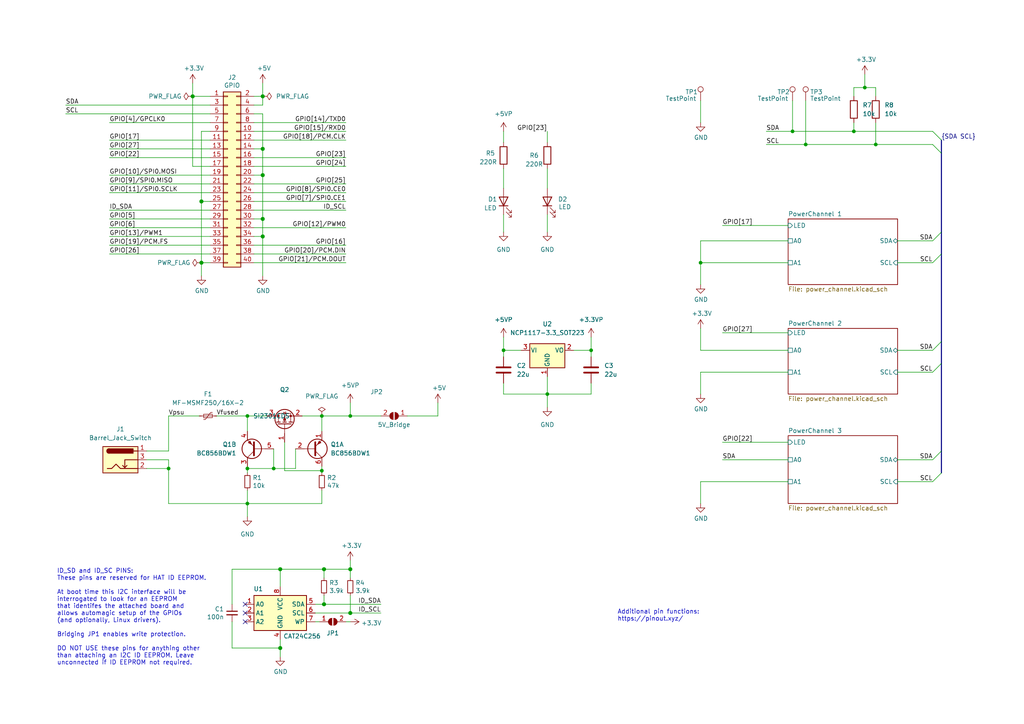
<source format=kicad_sch>
(kicad_sch (version 20211123) (generator eeschema)
  (paper "A4")
  (title_block (date "15 nov 2012"))
  (lib_symbols
    (symbol "Connector:Barrel_Jack_Switch" (pin_names hide)
      (property "Reference" "J" (at 0 5.334 0))
      (property "Value" "Barrel_Jack_Switch" (at 0 -5.08 0))
      (symbol "Barrel_Jack_Switch_0_1"
        (rectangle (start -5.08 3.81) (end 5.08 -3.81) (stroke (width 0.254)) (fill (type background)))
        (arc (start -3.302 3.175) (mid -3.937 2.54) (end -3.302 1.905) (stroke (width 0.254)))
        (arc (start -3.302 3.175) (mid -3.937 2.54) (end -3.302 1.905) (stroke (width 0.254)) (fill (type outline)))
        (polyline (pts (xy 1.27 -2.286) (xy 1.905 -1.651)) (stroke (width 0.254)))
        (polyline (pts (xy 5.08 2.54) (xy 3.81 2.54)) (stroke (width 0.254)))
        (polyline (pts (xy 5.08 0) (xy 1.27 0) (xy 1.27 -2.286) (xy 0.635 -1.651)) (stroke (width 0.254)))
        (polyline (pts (xy -3.81 -2.54) (xy -2.54 -2.54) (xy -1.27 -1.27) (xy 0 -2.54) (xy 2.54 -2.54) (xy 5.08 -2.54)) (stroke (width 0.254)))
        (rectangle (start 3.683 3.175) (end -3.302 1.905) (stroke (width 0.254)) (fill (type outline)))
      )
      (symbol "Barrel_Jack_Switch_1_1"
        (pin passive line (at 7.62 2.54 180) (length 2.54) (name "~") (number "1"))
        (pin passive line (at 7.62 -2.54 180) (length 2.54) (name "~") (number "2"))
        (pin passive line (at 7.62 0 180) (length 2.54) (name "~") (number "3"))
      )
    )
    (symbol "Connector:TestPoint" (pin_numbers hide) (pin_names (offset 0.762) hide)
      (property "Reference" "TP" (at 0 6.858 0))
      (property "Value" "TestPoint" (at 0 5.08 0))
      (symbol "TestPoint_0_1"
        (circle (center 0 3.302) (radius 0.762))
      )
      (symbol "TestPoint_1_1"
        (pin passive line (at 0 0 90) (length 2.54) (name "1") (number "1"))
      )
    )
    (symbol "Connector_Generic:Conn_02x20_Odd_Even" (pin_names (offset 1.016) hide)
      (property "Reference" "J" (at 1.27 25.4 0))
      (property "Value" "Conn_02x20_Odd_Even" (at 1.27 -27.94 0))
      (symbol "Conn_02x20_Odd_Even_1_1"
        (rectangle (start -1.27 -25.273) (end 0 -25.527) (stroke (width 0.1524)))
        (rectangle (start -1.27 -22.733) (end 0 -22.987) (stroke (width 0.1524)))
        (rectangle (start -1.27 -20.193) (end 0 -20.447) (stroke (width 0.1524)))
        (rectangle (start -1.27 -17.653) (end 0 -17.907) (stroke (width 0.1524)))
        (rectangle (start -1.27 -15.113) (end 0 -15.367) (stroke (width 0.1524)))
        (rectangle (start -1.27 -12.573) (end 0 -12.827) (stroke (width 0.1524)))
        (rectangle (start -1.27 -10.033) (end 0 -10.287) (stroke (width 0.1524)))
        (rectangle (start -1.27 -7.493) (end 0 -7.747) (stroke (width 0.1524)))
        (rectangle (start -1.27 -4.953) (end 0 -5.207) (stroke (width 0.1524)))
        (rectangle (start -1.27 -2.413) (end 0 -2.667) (stroke (width 0.1524)))
        (rectangle (start -1.27 0.127) (end 0 -0.127) (stroke (width 0.1524)))
        (rectangle (start -1.27 2.667) (end 0 2.413) (stroke (width 0.1524)))
        (rectangle (start -1.27 5.207) (end 0 4.953) (stroke (width 0.1524)))
        (rectangle (start -1.27 7.747) (end 0 7.493) (stroke (width 0.1524)))
        (rectangle (start -1.27 10.287) (end 0 10.033) (stroke (width 0.1524)))
        (rectangle (start -1.27 12.827) (end 0 12.573) (stroke (width 0.1524)))
        (rectangle (start -1.27 15.367) (end 0 15.113) (stroke (width 0.1524)))
        (rectangle (start -1.27 17.907) (end 0 17.653) (stroke (width 0.1524)))
        (rectangle (start -1.27 20.447) (end 0 20.193) (stroke (width 0.1524)))
        (rectangle (start -1.27 22.987) (end 0 22.733) (stroke (width 0.1524)))
        (rectangle (start -1.27 24.13) (end 3.81 -26.67) (stroke (width 0.254)) (fill (type background)))
        (rectangle (start 3.81 -25.273) (end 2.54 -25.527) (stroke (width 0.1524)))
        (rectangle (start 3.81 -22.733) (end 2.54 -22.987) (stroke (width 0.1524)))
        (rectangle (start 3.81 -20.193) (end 2.54 -20.447) (stroke (width 0.1524)))
        (rectangle (start 3.81 -17.653) (end 2.54 -17.907) (stroke (width 0.1524)))
        (rectangle (start 3.81 -15.113) (end 2.54 -15.367) (stroke (width 0.1524)))
        (rectangle (start 3.81 -12.573) (end 2.54 -12.827) (stroke (width 0.1524)))
        (rectangle (start 3.81 -10.033) (end 2.54 -10.287) (stroke (width 0.1524)))
        (rectangle (start 3.81 -7.493) (end 2.54 -7.747) (stroke (width 0.1524)))
        (rectangle (start 3.81 -4.953) (end 2.54 -5.207) (stroke (width 0.1524)))
        (rectangle (start 3.81 -2.413) (end 2.54 -2.667) (stroke (width 0.1524)))
        (rectangle (start 3.81 0.127) (end 2.54 -0.127) (stroke (width 0.1524)))
        (rectangle (start 3.81 2.667) (end 2.54 2.413) (stroke (width 0.1524)))
        (rectangle (start 3.81 5.207) (end 2.54 4.953) (stroke (width 0.1524)))
        (rectangle (start 3.81 7.747) (end 2.54 7.493) (stroke (width 0.1524)))
        (rectangle (start 3.81 10.287) (end 2.54 10.033) (stroke (width 0.1524)))
        (rectangle (start 3.81 12.827) (end 2.54 12.573) (stroke (width 0.1524)))
        (rectangle (start 3.81 15.367) (end 2.54 15.113) (stroke (width 0.1524)))
        (rectangle (start 3.81 17.907) (end 2.54 17.653) (stroke (width 0.1524)))
        (rectangle (start 3.81 20.447) (end 2.54 20.193) (stroke (width 0.1524)))
        (rectangle (start 3.81 22.987) (end 2.54 22.733) (stroke (width 0.1524)))
        (pin passive line (at -5.08 22.86 0) (length 3.81) (name "Pin_1") (number "1"))
        (pin passive line (at 7.62 12.7 180) (length 3.81) (name "Pin_10") (number "10"))
        (pin passive line (at -5.08 10.16 0) (length 3.81) (name "Pin_11") (number "11"))
        (pin passive line (at 7.62 10.16 180) (length 3.81) (name "Pin_12") (number "12"))
        (pin passive line (at -5.08 7.62 0) (length 3.81) (name "Pin_13") (number "13"))
        (pin passive line (at 7.62 7.62 180) (length 3.81) (name "Pin_14") (number "14"))
        (pin passive line (at -5.08 5.08 0) (length 3.81) (name "Pin_15") (number "15"))
        (pin passive line (at 7.62 5.08 180) (length 3.81) (name "Pin_16") (number "16"))
        (pin passive line (at -5.08 2.54 0) (length 3.81) (name "Pin_17") (number "17"))
        (pin passive line (at 7.62 2.54 180) (length 3.81) (name "Pin_18") (number "18"))
        (pin passive line (at -5.08 0 0) (length 3.81) (name "Pin_19") (number "19"))
        (pin passive line (at 7.62 22.86 180) (length 3.81) (name "Pin_2") (number "2"))
        (pin passive line (at 7.62 0 180) (length 3.81) (name "Pin_20") (number "20"))
        (pin passive line (at -5.08 -2.54 0) (length 3.81) (name "Pin_21") (number "21"))
        (pin passive line (at 7.62 -2.54 180) (length 3.81) (name "Pin_22") (number "22"))
        (pin passive line (at -5.08 -5.08 0) (length 3.81) (name "Pin_23") (number "23"))
        (pin passive line (at 7.62 -5.08 180) (length 3.81) (name "Pin_24") (number "24"))
        (pin passive line (at -5.08 -7.62 0) (length 3.81) (name "Pin_25") (number "25"))
        (pin passive line (at 7.62 -7.62 180) (length 3.81) (name "Pin_26") (number "26"))
        (pin passive line (at -5.08 -10.16 0) (length 3.81) (name "Pin_27") (number "27"))
        (pin passive line (at 7.62 -10.16 180) (length 3.81) (name "Pin_28") (number "28"))
        (pin passive line (at -5.08 -12.7 0) (length 3.81) (name "Pin_29") (number "29"))
        (pin passive line (at -5.08 20.32 0) (length 3.81) (name "Pin_3") (number "3"))
        (pin passive line (at 7.62 -12.7 180) (length 3.81) (name "Pin_30") (number "30"))
        (pin passive line (at -5.08 -15.24 0) (length 3.81) (name "Pin_31") (number "31"))
        (pin passive line (at 7.62 -15.24 180) (length 3.81) (name "Pin_32") (number "32"))
        (pin passive line (at -5.08 -17.78 0) (length 3.81) (name "Pin_33") (number "33"))
        (pin passive line (at 7.62 -17.78 180) (length 3.81) (name "Pin_34") (number "34"))
        (pin passive line (at -5.08 -20.32 0) (length 3.81) (name "Pin_35") (number "35"))
        (pin passive line (at 7.62 -20.32 180) (length 3.81) (name "Pin_36") (number "36"))
        (pin passive line (at -5.08 -22.86 0) (length 3.81) (name "Pin_37") (number "37"))
        (pin passive line (at 7.62 -22.86 180) (length 3.81) (name "Pin_38") (number "38"))
        (pin passive line (at -5.08 -25.4 0) (length 3.81) (name "Pin_39") (number "39"))
        (pin passive line (at 7.62 20.32 180) (length 3.81) (name "Pin_4") (number "4"))
        (pin passive line (at 7.62 -25.4 180) (length 3.81) (name "Pin_40") (number "40"))
        (pin passive line (at -5.08 17.78 0) (length 3.81) (name "Pin_5") (number "5"))
        (pin passive line (at 7.62 17.78 180) (length 3.81) (name "Pin_6") (number "6"))
        (pin passive line (at -5.08 15.24 0) (length 3.81) (name "Pin_7") (number "7"))
        (pin passive line (at 7.62 15.24 180) (length 3.81) (name "Pin_8") (number "8"))
        (pin passive line (at -5.08 12.7 0) (length 3.81) (name "Pin_9") (number "9"))
      )
    )
    (symbol "Device:C" (pin_numbers hide) (pin_names (offset 0.254))
      (property "Reference" "C" (at 0.635 2.54 0))
      (property "Value" "C" (at 0.635 -2.54 0))
      (symbol "C_0_1"
        (polyline (pts (xy -2.032 -0.762) (xy 2.032 -0.762)) (stroke (width 0.508)))
        (polyline (pts (xy -2.032 0.762) (xy 2.032 0.762)) (stroke (width 0.508)))
      )
      (symbol "C_1_1"
        (pin passive line (at 0 3.81 270) (length 2.794) (name "~") (number "1"))
        (pin passive line (at 0 -3.81 90) (length 2.794) (name "~") (number "2"))
      )
    )
    (symbol "Device:C_Small" (pin_numbers hide) (pin_names (offset 0.254) hide)
      (property "Reference" "C" (at 0.254 1.778 0))
      (property "Value" "C_Small" (at 0.254 -2.032 0))
      (symbol "C_Small_0_1"
        (polyline (pts (xy -1.524 -0.508) (xy 1.524 -0.508)) (stroke (width 0.3302)))
        (polyline (pts (xy -1.524 0.508) (xy 1.524 0.508)) (stroke (width 0.3048)))
      )
      (symbol "C_Small_1_1"
        (pin passive line (at 0 2.54 270) (length 2.032) (name "~") (number "1"))
        (pin passive line (at 0 -2.54 90) (length 2.032) (name "~") (number "2"))
      )
    )
    (symbol "Device:LED" (pin_numbers hide) (pin_names (offset 1.016) hide)
      (property "Reference" "D" (at 0 2.54 0))
      (property "Value" "LED" (at 0 -2.54 0))
      (symbol "LED_0_1"
        (polyline (pts (xy -1.27 -1.27) (xy -1.27 1.27)) (stroke (width 0.254)))
        (polyline (pts (xy -1.27 0) (xy 1.27 0)))
        (polyline (pts (xy 1.27 -1.27) (xy 1.27 1.27) (xy -1.27 0) (xy 1.27 -1.27)) (stroke (width 0.254)))
        (polyline (pts (xy -3.048 -0.762) (xy -4.572 -2.286) (xy -3.81 -2.286) (xy -4.572 -2.286) (xy -4.572 -1.524)))
        (polyline (pts (xy -1.778 -0.762) (xy -3.302 -2.286) (xy -2.54 -2.286) (xy -3.302 -2.286) (xy -3.302 -1.524)))
      )
      (symbol "LED_1_1"
        (pin passive line (at -3.81 0 0) (length 2.54) (name "K") (number "1"))
        (pin passive line (at 3.81 0 180) (length 2.54) (name "A") (number "2"))
      )
    )
    (symbol "Device:Polyfuse_Small" (pin_numbers hide) (pin_names (offset 0))
      (property "Reference" "F" (at -1.905 0 90))
      (property "Value" "Polyfuse_Small" (at 1.905 0 90))
      (symbol "Polyfuse_Small_0_1"
        (rectangle (start -0.508 1.27) (end 0.508 -1.27))
        (polyline (pts (xy 0 2.54) (xy 0 -2.54)))
        (polyline (pts (xy -1.016 1.27) (xy -1.016 0.762) (xy 1.016 -0.762) (xy 1.016 -1.27)))
      )
      (symbol "Polyfuse_Small_1_1"
        (pin passive line (at 0 2.54 270) (length 0.635) (name "~") (number "1"))
        (pin passive line (at 0 -2.54 90) (length 0.635) (name "~") (number "2"))
      )
    )
    (symbol "Device:R" (pin_numbers hide) (pin_names (offset 0))
      (property "Reference" "R" (at 2.032 0 90))
      (property "Value" "R" (at 0 0 90))
      (symbol "R_0_1"
        (rectangle (start -1.016 -2.54) (end 1.016 2.54) (stroke (width 0.254)))
      )
      (symbol "R_1_1"
        (pin passive line (at 0 3.81 270) (length 1.27) (name "~") (number "1"))
        (pin passive line (at 0 -3.81 90) (length 1.27) (name "~") (number "2"))
      )
    )
    (symbol "Device:R_Small" (pin_numbers hide) (pin_names (offset 0.254) hide)
      (property "Reference" "R" (at 0.762 0.508 0))
      (property "Value" "R_Small" (at 0.762 -1.016 0))
      (symbol "R_Small_0_1"
        (rectangle (start -0.762 1.778) (end 0.762 -1.778) (stroke (width 0.2032)))
      )
      (symbol "R_Small_1_1"
        (pin passive line (at 0 2.54 270) (length 0.762) (name "~") (number "1"))
        (pin passive line (at 0 -2.54 90) (length 0.762) (name "~") (number "2"))
      )
    )
    (symbol "Jumper:SolderJumper_2_Open" (pin_names (offset 0) hide)
      (property "Reference" "JP" (at 0 2.032 0))
      (property "Value" "SolderJumper_2_Open" (at 0 -2.54 0))
      (symbol "SolderJumper_2_Open_0_1"
        (arc (start -0.254 1.016) (mid -1.27 0) (end -0.254 -1.016))
        (arc (start -0.254 1.016) (mid -1.27 0) (end -0.254 -1.016) (fill (type outline)))
        (polyline (pts (xy -0.254 1.016) (xy -0.254 -1.016)))
        (polyline (pts (xy 0.254 1.016) (xy 0.254 -1.016)))
        (arc (start 0.254 -1.016) (mid 1.27 0) (end 0.254 1.016))
        (arc (start 0.254 -1.016) (mid 1.27 0) (end 0.254 1.016) (fill (type outline)))
      )
      (symbol "SolderJumper_2_Open_1_1"
        (pin passive line (at -3.81 0 0) (length 2.54) (name "A") (number "1"))
        (pin passive line (at 3.81 0 180) (length 2.54) (name "B") (number "2"))
      )
    )
    (symbol "Memory_EEPROM:CAT24C256"
      (property "Reference" "U" (at -6.35 6.35 0))
      (property "Value" "CAT24C256" (at 1.27 6.35 0))
      (symbol "CAT24C256_1_1"
        (rectangle (start -7.62 5.08) (end 7.62 -5.08) (stroke (width 0.254)) (fill (type background)))
        (pin input line (at -10.16 2.54 0) (length 2.54) (name "A0") (number "1"))
        (pin input line (at -10.16 0 0) (length 2.54) (name "A1") (number "2"))
        (pin input line (at -10.16 -2.54 0) (length 2.54) (name "A2") (number "3"))
        (pin power_in line (at 0 -7.62 90) (length 2.54) (name "GND") (number "4"))
        (pin bidirectional line (at 10.16 2.54 180) (length 2.54) (name "SDA") (number "5"))
        (pin input line (at 10.16 0 180) (length 2.54) (name "SCL") (number "6"))
        (pin input line (at 10.16 -2.54 180) (length 2.54) (name "WP") (number "7"))
        (pin power_in line (at 0 7.62 270) (length 2.54) (name "VCC") (number "8"))
      )
    )
    (symbol "Regulator_Linear:NCP1117-3.3_SOT223" (pin_names (offset 0.254))
      (property "Reference" "U" (at -3.81 3.175 0))
      (property "Value" "NCP1117-3.3_SOT223" (at 0 3.175 0))
      (symbol "NCP1117-3.3_SOT223_0_1"
        (rectangle (start -5.08 -5.08) (end 5.08 1.905) (stroke (width 0.254)) (fill (type background)))
      )
      (symbol "NCP1117-3.3_SOT223_1_1"
        (pin power_in line (at 0 -7.62 90) (length 2.54) (name "GND") (number "1"))
        (pin power_out line (at 7.62 0 180) (length 2.54) (name "VO") (number "2"))
        (pin power_in line (at -7.62 0 0) (length 2.54) (name "VI") (number "3"))
      )
    )
    (symbol "Transistor_BJT:BC856BDW1" (pin_names (offset 0) hide)
      (property "Reference" "Q" (at 5.08 1.27 0))
      (property "Value" "BC856BDW1" (at 5.08 -1.27 0))
      (symbol "BC856BDW1_0_1"
        (polyline (pts (xy 0.635 0) (xy -2.54 0)))
        (polyline (pts (xy 0.635 0.635) (xy 2.54 2.54)))
        (polyline (pts (xy 0.635 -0.635) (xy 2.54 -2.54) (xy 2.54 -2.54)))
        (polyline (pts (xy 0.635 1.905) (xy 0.635 -1.905) (xy 0.635 -1.905)) (stroke (width 0.508)))
        (polyline (pts (xy 2.286 -1.778) (xy 1.778 -2.286) (xy 1.27 -1.27) (xy 2.286 -1.778) (xy 2.286 -1.778)) (fill (type outline)))
        (circle (center 1.27 0) (radius 2.8194) (stroke (width 0.254)))
      )
      (symbol "BC856BDW1_1_1"
        (pin passive line (at 2.54 -5.08 90) (length 2.54) (name "E1") (number "1"))
        (pin input line (at -5.08 0 0) (length 2.54) (name "B1") (number "2"))
        (pin passive line (at 2.54 5.08 270) (length 2.54) (name "C1") (number "6"))
      )
      (symbol "BC856BDW1_2_1"
        (pin passive line (at 2.54 5.08 270) (length 2.54) (name "C2") (number "3"))
        (pin passive line (at 2.54 -5.08 90) (length 2.54) (name "E2") (number "4"))
        (pin input line (at -5.08 0 0) (length 2.54) (name "B2") (number "5"))
      )
    )
    (symbol "power:+3.3V" (power) (pin_names (offset 0))
      (property "Value" "+3.3V" (at 0 3.556 0))
      (symbol "+3.3V_0_1"
        (polyline (pts (xy -0.762 1.27) (xy 0 2.54)))
        (polyline (pts (xy 0 0) (xy 0 2.54)))
        (polyline (pts (xy 0 2.54) (xy 0.762 1.27)))
      )
      (symbol "+3.3V_1_1"
        (pin power_in line (at 0 0 90) (length 0) hide (name "+3.3V") (number "1"))
      )
    )
    (symbol "power:+3.3VP" (power) (pin_names (offset 0))
      (property "Value" "+3.3VP" (at 0 2.54 0))
      (symbol "+3.3VP_0_0"
        (pin power_in line (at 0 0 90) (length 0) hide (name "+3.3VP") (number "1"))
      )
      (symbol "+3.3VP_0_1"
        (polyline (pts (xy -0.762 1.27) (xy 0 2.54)))
        (polyline (pts (xy 0 0) (xy 0 2.54)))
        (polyline (pts (xy 0 2.54) (xy 0.762 1.27)))
      )
    )
    (symbol "power:+5V" (power) (pin_names (offset 0))
      (property "Value" "+5V" (at 0 3.556 0))
      (symbol "+5V_0_1"
        (polyline (pts (xy -0.762 1.27) (xy 0 2.54)))
        (polyline (pts (xy 0 0) (xy 0 2.54)))
        (polyline (pts (xy 0 2.54) (xy 0.762 1.27)))
      )
      (symbol "+5V_1_1"
        (pin power_in line (at 0 0 90) (length 0) hide (name "+5V") (number "1"))
      )
    )
    (symbol "power:+5VP" (power) (pin_names (offset 0))
      (property "Value" "+5VP" (at 0 3.556 0))
      (symbol "+5VP_0_1"
        (polyline (pts (xy -0.762 1.27) (xy 0 2.54)))
        (polyline (pts (xy 0 0) (xy 0 2.54)))
        (polyline (pts (xy 0 2.54) (xy 0.762 1.27)))
      )
      (symbol "+5VP_1_1"
        (pin power_in line (at 0 0 90) (length 0) hide (name "+5VP") (number "1"))
      )
    )
    (symbol "power:GND" (power) (pin_names (offset 0))
      (property "Value" "GND" (at 0 -3.81 0))
      (symbol "GND_0_1"
        (polyline (pts (xy 0 0) (xy 0 -1.27) (xy 1.27 -1.27) (xy 0 -2.54) (xy -1.27 -1.27) (xy 0 -1.27)))
      )
      (symbol "GND_1_1"
        (pin power_in line (at 0 0 270) (length 0) hide (name "GND") (number "1"))
      )
    )
    (symbol "power:PWR_FLAG" (power) (pin_numbers hide) (pin_names (offset 0) hide)
      (property "Value" "PWR_FLAG" (at 0 3.81 0))
      (symbol "PWR_FLAG_0_0"
        (pin power_out line (at 0 0 90) (length 0) (name "pwr") (number "1"))
      )
      (symbol "PWR_FLAG_0_1"
        (polyline (pts (xy 0 0) (xy 0 1.27) (xy -1.016 1.905) (xy 0 2.54) (xy 1.016 1.905) (xy 0 1.27)))
      )
    )
    (symbol "shared_components:P-Channel_MOSFET,_SOT-23" (pin_names hide)
      (property "Reference" "Q" (at 5.08 1.905 0))
      (property "Value" "P-Channel_MOSFET,_SOT-23" (at 5.08 0 0))
      (symbol "P-Channel_MOSFET,_SOT-23_0_1"
        (polyline (pts (xy 0.254 0) (xy -2.54 0)))
        (polyline (pts (xy 0.254 1.905) (xy 0.254 -1.905)) (stroke (width 0.254)))
        (polyline (pts (xy 0.762 -1.27) (xy 0.762 -2.286)) (stroke (width 0.254)))
        (polyline (pts (xy 0.762 0.508) (xy 0.762 -0.508)) (stroke (width 0.254)))
        (polyline (pts (xy 0.762 2.286) (xy 0.762 1.27)) (stroke (width 0.254)))
        (polyline (pts (xy 2.54 2.54) (xy 2.54 1.778)))
        (polyline (pts (xy 2.54 -2.54) (xy 2.54 0) (xy 0.762 0)))
        (polyline (pts (xy 0.762 1.778) (xy 3.302 1.778) (xy 3.302 -1.778) (xy 0.762 -1.778)))
        (polyline (pts (xy 2.286 0) (xy 1.27 0.381) (xy 1.27 -0.381) (xy 2.286 0)) (fill (type outline)))
        (polyline (pts (xy 2.794 -0.508) (xy 2.921 -0.381) (xy 3.683 -0.381) (xy 3.81 -0.254)))
        (polyline (pts (xy 3.302 -0.381) (xy 2.921 0.254) (xy 3.683 0.254) (xy 3.302 -0.381)))
        (circle (center 1.651 0) (radius 2.794) (stroke (width 0.254)))
        (circle (center 2.54 -1.778) (radius 0.254) (fill (type outline)))
        (circle (center 2.54 1.778) (radius 0.254) (fill (type outline)))
      )
      (symbol "P-Channel_MOSFET,_SOT-23_1_1"
        (pin input line (at -5.08 0 0) (length 2.54) (name "G") (number "1"))
        (pin passive line (at 2.54 -5.08 90) (length 2.54) (name "S") (number "2"))
        (pin passive line (at 2.54 5.08 270) (length 2.54) (name "D") (number "3"))
      )
    )
  )
  (junction (at 93.98 175.26) (diameter 1.016))
  (junction (at 203.2 76.2))
  (junction (at 76.2 27.94) (diameter 1.016))
  (junction (at 81.28 187.96) (diameter 1.016))
  (junction (at 76.2 43.18) (diameter 1.016))
  (junction (at 81.28 165.1) (diameter 1.016))
  (junction (at 93.345 120.65))
  (junction (at 254 41.91))
  (junction (at 101.6 165.1) (diameter 1.016))
  (junction (at 247.65 38.1))
  (junction (at 71.755 135.89))
  (junction (at 158.75 114.3))
  (junction (at 58.42 76.2) (diameter 1.016))
  (junction (at 233.68 41.91))
  (junction (at 58.42 58.42) (diameter 1.016))
  (junction (at 101.6 120.65))
  (junction (at 79.375 135.89))
  (junction (at 171.45 101.6))
  (junction (at 76.2 68.58) (diameter 1.016))
  (junction (at 71.755 120.65))
  (junction (at 71.755 146.05))
  (junction (at 48.895 135.89))
  (junction (at 229.87 38.1))
  (junction (at 76.2 63.5) (diameter 1.016))
  (junction (at 93.345 136.525))
  (junction (at 76.2 50.8) (diameter 1.016))
  (junction (at 101.6 177.8) (diameter 1.016))
  (junction (at 146.05 101.6))
  (junction (at 250.825 25.4))
  (junction (at 55.88 27.94) (diameter 1.016))
  (junction (at 93.98 165.1) (diameter 1.016))
  (no_connect (at 71.12 175.26))
  (no_connect (at 71.12 177.8))
  (no_connect (at 71.12 180.34))
  (bus_entry (at 273.05 73.66) (size -2.54 2.54))
  (bus_entry (at 270.51 41.91) (size 2.54 2.54))
  (bus_entry (at 270.51 38.1) (size 2.54 2.54))
  (bus_entry (at 273.05 105.41) (size -2.54 2.54))
  (bus_entry (at 273.05 67.31) (size -2.54 2.54))
  (bus_entry (at 273.05 137.16) (size -2.54 2.54))
  (bus_entry (at 273.05 130.81) (size -2.54 2.54))
  (bus_entry (at 273.05 99.06) (size -2.54 2.54))
  (wire (pts (xy 58.42 58.42) (xy 58.42 76.2)))
  (wire (pts (xy 73.66 58.42) (xy 100.33 58.42)))
  (wire (pts (xy 101.6 116.84) (xy 101.6 120.65)))
  (wire (pts (xy 60.96 40.64) (xy 31.75 40.64)))
  (wire (pts (xy 81.28 165.1) (xy 93.98 165.1)))
  (wire (pts (xy 101.6 165.1) (xy 93.98 165.1)))
  (wire (pts (xy 101.6 167.64) (xy 101.6 165.1)))
  (wire (pts (xy 260.35 107.95) (xy 270.51 107.95)))
  (wire (pts (xy 203.2 107.95) (xy 203.2 114.3)))
  (wire (pts (xy 71.755 146.05) (xy 93.345 146.05)))
  (wire (pts (xy 93.345 146.05) (xy 93.345 142.24)))
  (wire (pts (xy 76.2 33.02) (xy 76.2 43.18)))
  (wire (pts (xy 76.2 50.8) (xy 73.66 50.8)))
  (bus (pts (xy 273.05 130.81) (xy 273.05 137.16)))
  (wire (pts (xy 203.2 29.21) (xy 203.2 35.56)))
  (wire (pts (xy 76.2 63.5) (xy 76.2 68.58)))
  (wire (pts (xy 146.05 101.6) (xy 151.13 101.6)))
  (wire (pts (xy 158.75 109.22) (xy 158.75 114.3)))
  (wire (pts (xy 260.35 101.6) (xy 270.51 101.6)))
  (wire (pts (xy 171.45 101.6) (xy 171.45 103.505)))
  (wire (pts (xy 79.375 130.175) (xy 79.375 135.89)))
  (wire (pts (xy 146.05 101.6) (xy 146.05 103.505)))
  (wire (pts (xy 260.35 139.7) (xy 270.51 139.7)))
  (wire (pts (xy 76.2 50.8) (xy 76.2 63.5)))
  (wire (pts (xy 73.66 35.56) (xy 100.33 35.56)))
  (wire (pts (xy 58.42 38.1) (xy 58.42 58.42)))
  (wire (pts (xy 71.755 120.65) (xy 77.47 120.65)))
  (bus (pts (xy 273.05 67.31) (xy 273.05 73.66)))
  (wire (pts (xy 91.44 175.26) (xy 93.98 175.26)))
  (wire (pts (xy 93.98 175.26) (xy 110.49 175.26)))
  (wire (pts (xy 93.345 120.65) (xy 93.345 125.095)))
  (wire (pts (xy 58.42 38.1) (xy 60.96 38.1)))
  (wire (pts (xy 91.44 180.34) (xy 92.71 180.34)))
  (wire (pts (xy 100.33 180.34) (xy 101.6 180.34)))
  (wire (pts (xy 42.545 135.89) (xy 48.895 135.89)))
  (wire (pts (xy 73.66 55.88) (xy 100.33 55.88)))
  (bus (pts (xy 273.05 99.06) (xy 273.05 105.41)))
  (wire (pts (xy 60.96 60.96) (xy 31.75 60.96)))
  (wire (pts (xy 48.895 120.65) (xy 57.785 120.65)))
  (wire (pts (xy 48.895 135.89) (xy 48.895 146.05)))
  (wire (pts (xy 31.75 63.5) (xy 60.96 63.5)))
  (wire (pts (xy 209.55 65.405) (xy 228.6 65.405)))
  (wire (pts (xy 79.375 135.89) (xy 71.755 135.89)))
  (wire (pts (xy 203.2 76.2) (xy 203.2 82.55)))
  (wire (pts (xy 203.2 69.85) (xy 228.6 69.85)))
  (wire (pts (xy 254 25.4) (xy 254 27.94)))
  (wire (pts (xy 48.895 133.35) (xy 48.895 135.89)))
  (wire (pts (xy 58.42 58.42) (xy 60.96 58.42)))
  (wire (pts (xy 101.6 162.56) (xy 101.6 165.1)))
  (wire (pts (xy 158.75 114.3) (xy 171.45 114.3)))
  (wire (pts (xy 229.87 38.1) (xy 247.65 38.1)))
  (wire (pts (xy 203.2 69.85) (xy 203.2 76.2)))
  (wire (pts (xy 73.66 45.72) (xy 100.33 45.72)))
  (wire (pts (xy 81.28 165.1) (xy 81.28 170.18)))
  (wire (pts (xy 79.375 135.89) (xy 85.725 135.89)))
  (wire (pts (xy 73.66 76.2) (xy 100.33 76.2)))
  (wire (pts (xy 58.42 76.2) (xy 58.42 80.01)))
  (wire (pts (xy 31.75 43.18) (xy 60.96 43.18)))
  (wire (pts (xy 101.6 172.72) (xy 101.6 177.8)))
  (wire (pts (xy 55.88 24.13) (xy 55.88 27.94)))
  (wire (pts (xy 233.68 41.91) (xy 254 41.91)))
  (wire (pts (xy 254 41.91) (xy 270.51 41.91)))
  (wire (pts (xy 250.825 25.4) (xy 254 25.4)))
  (wire (pts (xy 76.2 68.58) (xy 73.66 68.58)))
  (wire (pts (xy 222.25 41.91) (xy 233.68 41.91)))
  (wire (pts (xy 203.2 101.6) (xy 228.6 101.6)))
  (wire (pts (xy 19.05 33.02) (xy 60.96 33.02)))
  (wire (pts (xy 71.755 142.24) (xy 71.755 146.05)))
  (wire (pts (xy 31.75 55.88) (xy 60.96 55.88)))
  (wire (pts (xy 55.88 48.26) (xy 60.96 48.26)))
  (wire (pts (xy 146.05 97.79) (xy 146.05 101.6)))
  (wire (pts (xy 60.96 30.48) (xy 19.05 30.48)))
  (wire (pts (xy 118.11 120.65) (xy 127 120.65)))
  (wire (pts (xy 76.2 27.94) (xy 76.2 30.48)))
  (wire (pts (xy 222.25 38.1) (xy 229.87 38.1)))
  (wire (pts (xy 146.05 48.895) (xy 146.05 54.61)))
  (wire (pts (xy 76.2 43.18) (xy 76.2 50.8)))
  (wire (pts (xy 73.66 40.64) (xy 100.33 40.64)))
  (wire (pts (xy 260.35 69.85) (xy 270.51 69.85)))
  (wire (pts (xy 76.2 43.18) (xy 73.66 43.18)))
  (wire (pts (xy 254 35.56) (xy 254 41.91)))
  (wire (pts (xy 93.345 135.255) (xy 93.345 136.525)))
  (wire (pts (xy 76.2 24.13) (xy 76.2 27.94)))
  (bus (pts (xy 273.05 44.45) (xy 273.05 67.31)))
  (wire (pts (xy 42.545 130.81) (xy 48.895 130.81)))
  (wire (pts (xy 93.345 136.525) (xy 82.55 136.525)))
  (wire (pts (xy 31.75 35.56) (xy 60.96 35.56)))
  (wire (pts (xy 93.98 165.1) (xy 93.98 167.64)))
  (wire (pts (xy 146.05 111.125) (xy 146.05 114.3)))
  (wire (pts (xy 76.2 27.94) (xy 73.66 27.94)))
  (wire (pts (xy 203.2 139.7) (xy 228.6 139.7)))
  (wire (pts (xy 55.88 27.94) (xy 55.88 48.26)))
  (wire (pts (xy 48.895 130.81) (xy 48.895 120.65)))
  (wire (pts (xy 73.66 48.26) (xy 100.33 48.26)))
  (wire (pts (xy 73.66 38.1) (xy 100.33 38.1)))
  (bus (pts (xy 273.05 73.66) (xy 273.05 99.06)))
  (wire (pts (xy 93.98 172.72) (xy 93.98 175.26)))
  (wire (pts (xy 146.05 62.23) (xy 146.05 67.31)))
  (wire (pts (xy 233.68 29.21) (xy 233.68 41.91)))
  (wire (pts (xy 91.44 177.8) (xy 101.6 177.8)))
  (wire (pts (xy 101.6 177.8) (xy 110.49 177.8)))
  (wire (pts (xy 158.75 114.3) (xy 158.75 118.11)))
  (wire (pts (xy 31.75 45.72) (xy 60.96 45.72)))
  (wire (pts (xy 146.05 38.1) (xy 146.05 41.275)))
  (wire (pts (xy 31.75 53.34) (xy 60.96 53.34)))
  (wire (pts (xy 82.55 136.525) (xy 82.55 128.27)))
  (wire (pts (xy 158.75 38.1) (xy 158.75 41.275)))
  (wire (pts (xy 85.725 135.89) (xy 85.725 130.175)))
  (bus (pts (xy 273.05 40.64) (xy 273.05 44.45)))
  (wire (pts (xy 203.2 107.95) (xy 228.6 107.95)))
  (wire (pts (xy 158.75 48.895) (xy 158.75 54.61)))
  (wire (pts (xy 229.87 29.21) (xy 229.87 38.1)))
  (wire (pts (xy 31.75 66.04) (xy 60.96 66.04)))
  (wire (pts (xy 203.2 139.7) (xy 203.2 146.05)))
  (wire (pts (xy 76.2 30.48) (xy 73.66 30.48)))
  (wire (pts (xy 209.55 133.35) (xy 228.6 133.35)))
  (wire (pts (xy 71.755 146.05) (xy 71.755 149.86)))
  (wire (pts (xy 93.345 120.65) (xy 101.6 120.65)))
  (wire (pts (xy 31.75 71.12) (xy 60.96 71.12)))
  (wire (pts (xy 73.66 71.12) (xy 100.33 71.12)))
  (wire (pts (xy 73.66 66.04) (xy 100.33 66.04)))
  (wire (pts (xy 58.42 76.2) (xy 60.96 76.2)))
  (wire (pts (xy 247.65 27.94) (xy 247.65 25.4)))
  (wire (pts (xy 171.45 97.79) (xy 171.45 101.6)))
  (wire (pts (xy 73.66 73.66) (xy 100.33 73.66)))
  (wire (pts (xy 42.545 133.35) (xy 48.895 133.35)))
  (wire (pts (xy 93.345 136.525) (xy 93.345 137.16)))
  (wire (pts (xy 76.2 33.02) (xy 73.66 33.02)))
  (wire (pts (xy 31.75 73.66) (xy 60.96 73.66)))
  (wire (pts (xy 247.65 38.1) (xy 270.51 38.1)))
  (wire (pts (xy 48.895 146.05) (xy 71.755 146.05)))
  (wire (pts (xy 171.45 111.125) (xy 171.45 114.3)))
  (wire (pts (xy 146.05 114.3) (xy 158.75 114.3)))
  (wire (pts (xy 247.65 35.56) (xy 247.65 38.1)))
  (wire (pts (xy 101.6 120.65) (xy 110.49 120.65)))
  (wire (pts (xy 67.31 165.1) (xy 67.31 175.26)))
  (wire (pts (xy 67.31 180.34) (xy 67.31 187.96)))
  (wire (pts (xy 67.31 187.96) (xy 81.28 187.96)))
  (wire (pts (xy 81.28 165.1) (xy 67.31 165.1)))
  (wire (pts (xy 71.755 135.255) (xy 71.755 135.89)))
  (wire (pts (xy 209.55 96.52) (xy 228.6 96.52)))
  (wire (pts (xy 81.28 185.42) (xy 81.28 187.96)))
  (wire (pts (xy 81.28 187.96) (xy 81.28 190.5)))
  (wire (pts (xy 71.755 135.89) (xy 71.755 137.16)))
  (wire (pts (xy 247.65 25.4) (xy 250.825 25.4)))
  (wire (pts (xy 250.825 21.59) (xy 250.825 25.4)))
  (wire (pts (xy 76.2 68.58) (xy 76.2 80.01)))
  (wire (pts (xy 73.66 53.34) (xy 100.33 53.34)))
  (wire (pts (xy 60.96 68.58) (xy 31.75 68.58)))
  (wire (pts (xy 203.2 95.25) (xy 203.2 101.6)))
  (wire (pts (xy 209.55 128.27) (xy 228.6 128.27)))
  (wire (pts (xy 127 116.84) (xy 127 120.65)))
  (wire (pts (xy 87.63 120.65) (xy 93.345 120.65)))
  (wire (pts (xy 166.37 101.6) (xy 171.45 101.6)))
  (wire (pts (xy 76.2 63.5) (xy 73.66 63.5)))
  (bus (pts (xy 273.05 105.41) (xy 273.05 130.81)))
  (wire (pts (xy 158.75 62.23) (xy 158.75 67.31)))
  (wire (pts (xy 71.755 120.65) (xy 71.755 125.095)))
  (wire (pts (xy 62.865 120.65) (xy 71.755 120.65)))
  (wire (pts (xy 55.88 27.94) (xy 60.96 27.94)))
  (wire (pts (xy 203.2 76.2) (xy 228.6 76.2)))
  (wire (pts (xy 60.96 50.8) (xy 31.75 50.8)))
  (wire (pts (xy 73.66 60.96) (xy 100.33 60.96)))
  (wire (pts (xy 260.35 133.35) (xy 270.51 133.35)))
  (wire (pts (xy 260.35 76.2) (xy 270.51 76.2)))
  (text "Additional pin functions:\nhttps://pinout.xyz/" (at 179.07 180.34 0) (effects (font (size 1.27 1.27)) (justify left bottom)))
  (text "ID_SD and ID_SC PINS:\nThese pins are reserved for HAT ID EEPROM.\n\nAt boot time this I2C interface will be\ninterrogated to look for an EEPROM\nthat identifes the attached board and\nallows automagic setup of the GPIOs\n(and optionally, Linux drivers).\n\nBridging JP1 enables write protection.\n\nDO NOT USE these pins for anything other\nthan attaching an I2C ID EEPROM. Leave\nunconnected if ID EEPROM not required." (at 16.51 193.04 0) (effects (font (size 1.27 1.27)) (justify left bottom)))
  (label "GPIO[22]" (at 209.55 128.27 0))
  (label "ID_SDA" (at 31.75 60.96 0))
  (label "GPIO[6]" (at 31.75 66.04 0))
  (label "{SDA SCL}" (at 273.05 40.64 0))
  (label "Vpsu" (at 48.895 120.65 0))
  (label "SDA" (at 222.25 38.1 0))
  (label "ID_SDA" (at 110.49 175.26 180))
  (label "SCL" (at 270.51 139.7 180))
  (label "ID_SCL" (at 100.33 60.96 180))
  (label "GPIO[5]" (at 31.75 63.5 0))
  (label "SCL" (at 222.25 41.91 0))
  (label "GPIO[21]{slash}PCM.DOUT" (at 100.33 76.2 180))
  (label "GPIO[19]{slash}PCM.FS" (at 31.75 71.12 0))
  (label "GPIO[10]{slash}SPI0.MOSI" (at 31.75 50.8 0))
  (label "GPIO[9]{slash}SPI0.MISO" (at 31.75 53.34 0))
  (label "GPIO[23]" (at 100.33 45.72 180))
  (label "GPIO[4]{slash}GPCLK0" (at 31.75 35.56 0))
  (label "GPIO[27]" (at 31.75 43.18 0))
  (label "SCL" (at 270.51 76.2 180))
  (label "GPIO[26]" (at 31.75 73.66 0))
  (label "GPIO[14]{slash}TXD0" (at 100.33 35.56 180))
  (label "GPIO[8]{slash}SPI0.CE0" (at 100.33 55.88 180))
  (label "GPIO[15]{slash}RXD0" (at 100.33 38.1 180))
  (label "SDA" (at 270.51 69.85 180))
  (label "GPIO[16]" (at 100.33 71.12 180))
  (label "GPIO[22]" (at 31.75 45.72 0))
  (label "SDA" (at 270.51 133.35 180))
  (label "SCL" (at 270.51 107.95 180))
  (label "GPIO[17]" (at 31.75 40.64 0))
  (label "SDA" (at 270.51 101.6 180))
  (label "GPIO[25]" (at 100.33 53.34 180))
  (label "SDA" (at 19.05 30.48 0))
  (label "GPIO[18]{slash}PCM.CLK" (at 100.33 40.64 180))
  (label "GPIO[12]{slash}PWM0" (at 100.33 66.04 180))
  (label "GPIO[13]{slash}PWM1" (at 31.75 68.58 0))
  (label "GPIO[20]{slash}PCM.DIN" (at 100.33 73.66 180))
  (label "SCL" (at 19.05 33.02 0))
  (label "GPIO[24]" (at 100.33 48.26 180))
  (label "GPIO[7]{slash}SPI0.CE1" (at 100.33 58.42 180))
  (label "GPIO[17]" (at 209.55 65.405 0))
  (label "GPIO[27]" (at 209.55 96.52 0))
  (label "ID_SCL" (at 110.49 177.8 180))
  (label "SDA" (at 209.55 133.35 0))
  (label "GPIO[23]" (at 158.75 38.1 180))
  (label "GPIO[11]{slash}SPI0.SCLK" (at 31.75 55.88 0))
  (label "Vfused" (at 69.215 120.65 180))
  (symbol (lib_id "power:+5V") (at 76.2 24.13 0) (unit 1)
    (property "Reference" "#PWR04" (effects hide))
    (property "Value" "+5V" (at 76.5683 19.8056 0))
  )
  (symbol (lib_id "power:+3.3V") (at 55.88 24.13 0) (unit 1)
    (property "Reference" "#PWR01" (effects hide))
    (property "Value" "+3.3V" (at 56.2483 19.8056 0))
  )
  (symbol (lib_id "power:GND") (at 76.2 80.01 0) (unit 1)
    (property "Reference" "#PWR05" (effects hide))
    (property "Value" "GND" (at 76.3143 84.3344 0))
  )
  (symbol (lib_id "power:GND") (at 58.42 80.01 0) (unit 1)
    (property "Reference" "#PWR02" (effects hide))
    (property "Value" "GND" (at 58.5343 84.3344 0))
  )
  (symbol (lib_id "Connector_Generic:Conn_02x20_Odd_Even") (at 66.04 50.8 0) (unit 1)
    (property "Reference" "J2" (at 67.31 22.4598 0))
    (property "Value" "GPIO" (at 67.31 24.765 0))
    (property "Footprint" "Connector_PinSocket_2.54mm:PinSocket_2x20_P2.54mm_Vertical" (effects hide))
  )
  (symbol (lib_id "Regulator_Linear:NCP1117-3.3_SOT223") (at 158.75 101.6 0) (unit 1)
    (property "Reference" "U2" (at 158.75 93.98 0))
    (property "Value" "NCP1117-3.3_SOT223" (at 158.75 96.52 0))
    (property "Footprint" "Package_TO_SOT_SMD:SOT-223-3_TabPin2" (effects hide))
    (property "Datasheet" "http://www.onsemi.com/pub_link/Collateral/NCP1117-D.PDF" (effects hide))
  )
  (symbol (lib_id "power:+5VP") (at 146.05 38.1 0) (unit 1)
    (property "Reference" "#PWR011" (effects hide))
    (property "Value" "+5VP" (at 146.05 33.02 0))
  )
  (symbol (lib_id "Device:C") (at 146.05 107.315 0) (unit 1)
    (property "Reference" "C2" (at 149.86 106.0449 0) (effects (justify left)))
    (property "Value" "22u" (at 149.86 108.5849 0) (effects (justify left)))
    (property "Footprint" "Capacitor_SMD:C_0805_2012Metric_Pad1.18x1.45mm_HandSolder" (effects hide))
  )
  (symbol (lib_id "power:GND") (at 203.2 35.56 0) (unit 1)
    (property "Reference" "#PWR017" (effects hide))
    (property "Value" "GND" (at 203.3143 39.8844 0))
  )
  (symbol (lib_id "Device:C") (at 171.45 107.315 0) (unit 1)
    (property "Reference" "C3" (at 175.26 106.0449 0) (effects (justify left)))
    (property "Value" "22u" (at 175.26 108.5849 0) (effects (justify left)))
    (property "Footprint" "Capacitor_SMD:C_0805_2012Metric_Pad1.18x1.45mm_HandSolder" (effects hide))
  )
  (symbol (lib_id "power:+3.3V") (at 250.825 21.59 0) (unit 1)
    (property "Reference" "#PWR022" (effects hide))
    (property "Value" "+3.3V" (at 251.1933 17.2656 0))
  )
  (symbol (lib_id "Device:C_Small") (at 67.31 177.8 0) (unit 1)
    (property "Reference" "C1" (at 64.9858 176.6506 0) (effects (justify right)))
    (property "Value" "100n" (at 64.9858 178.9493 0) (effects (justify right)))
    (property "Footprint" "Capacitor_SMD:C_0805_2012Metric_Pad1.18x1.45mm_HandSolder" (effects hide))
  )
  (symbol (lib_id "Device:LED") (at 158.75 58.42 90) (unit 1)
    (property "Reference" "D2" (at 163.195 57.785 90))
    (property "Value" "LED" (at 163.83 60.0075 90))
    (property "Footprint" "LED_SMD:LED_1206_3216Metric" (effects hide))
  )
  (symbol (lib_id "power:GND") (at 203.2 82.55 0) (unit 1)
    (property "Reference" "#PWR018" (effects hide))
    (property "Value" "GND" (at 203.3143 86.8744 0))
  )
  (symbol (lib_id "power:GND") (at 146.05 67.31 0) (unit 1)
    (property "Reference" "#PWR012" (effects hide))
    (property "Value" "GND" (at 146.05 72.39 0))
  )
  (symbol (lib_id "power:GND") (at 71.755 149.86 0) (unit 1)
    (property "Reference" "#PWR03" (effects hide))
    (property "Value" "GND" (at 71.755 154.94 0))
  )
  (symbol (lib_id "Device:R_Small") (at 93.98 170.18 0) (unit 1)
    (property "Reference" "R3" (at 95.4786 169.037 0) (effects (justify left)))
    (property "Value" "3.9k" (at 95.4787 171.3293 0) (effects (justify left)))
    (property "Footprint" "Resistor_SMD:R_0805_2012Metric_Pad1.20x1.40mm_HandSolder" (effects hide))
  )
  (symbol (lib_id "power:+5VP") (at 146.05 97.79 0) (unit 1)
    (property "Reference" "#PWR013" (effects hide))
    (property "Value" "+5VP" (at 146.05 92.71 0))
  )
  (symbol (lib_id "Device:R") (at 247.65 31.75 0) (unit 1)
    (property "Reference" "R7" (at 250.19 30.4799 0) (effects (justify left)))
    (property "Value" "10k" (at 250.19 33.0199 0) (effects (justify left)))
    (property "Footprint" "Resistor_SMD:R_0805_2012Metric_Pad1.20x1.40mm_HandSolder" (effects hide))
  )
  (symbol (lib_id "power:GND") (at 203.2 114.3 0) (unit 1)
    (property "Reference" "#PWR020" (effects hide))
    (property "Value" "GND" (at 203.3143 118.6244 0))
  )
  (symbol (lib_id "Device:R") (at 254 31.75 0) (unit 1)
    (property "Reference" "R8" (at 256.54 30.4799 0) (effects (justify left)))
    (property "Value" "10k" (at 256.54 33.0199 0) (effects (justify left)))
    (property "Footprint" "Resistor_SMD:R_0805_2012Metric_Pad1.20x1.40mm_HandSolder" (effects hide))
  )
  (symbol (lib_id "power:+3.3VP") (at 171.45 97.79 0) (unit 1)
    (property "Reference" "#PWR016" (effects hide))
    (property "Value" "+3.3VP" (at 171.45 92.71 0))
  )
  (symbol (lib_id "Transistor_BJT:BC856BDW1") (at 74.295 130.175 180) (unit 2)
    (property "Reference" "Q1" (at 68.58 128.9049 0) (effects (justify left)))
    (property "Value" "BC856BDW1" (at 68.58 131.4449 0) (effects (justify left)))
    (property "Footprint" "Package_TO_SOT_SMD:SOT-363_SC-70-6" (effects hide))
    (property "Datasheet" "http://www.onsemi.com/pub_link/Collateral/BC856BDW1T1-D.PDF" (effects hide))
  )
  (symbol (lib_id "Connector:TestPoint") (at 229.87 29.21 0) (unit 1)
    (property "Reference" "TP2" (at 225.425 26.67 0) (effects (justify left)))
    (property "Value" "TestPoint" (at 219.71 28.575 0) (effects (justify left)))
    (property "Footprint" "TestPoint:TestPoint_Loop_D2.54mm_Drill1.5mm_Beaded" (effects hide))
  )
  (symbol (lib_id "power:PWR_FLAG") (at 76.2 27.94 270) (unit 1)
    (property "Reference" "#FLG03" (effects hide))
    (property "Value" "PWR_FLAG" (at 80.01 27.9399 90) (effects (justify left)))
  )
  (symbol (lib_id "Device:R") (at 158.75 45.085 180) (unit 1)
    (property "Reference" "R6" (at 154.94 45.085 0))
    (property "Value" "220R" (at 154.94 47.625 0))
    (property "Footprint" "Resistor_SMD:R_0805_2012Metric_Pad1.20x1.40mm_HandSolder" (effects hide))
  )
  (symbol (lib_id "Jumper:SolderJumper_2_Open") (at 96.52 180.34 0) (unit 1)
    (property "Reference" "JP1" (at 96.52 183.623 0))
    (property "Value" "ID_WP" (effects hide))
    (property "Footprint" "Jumper:SolderJumper-2_P1.3mm_Open_RoundedPad1.0x1.5mm" (effects hide))
  )
  (symbol (lib_id "Device:R_Small") (at 101.6 170.18 0) (unit 1)
    (property "Reference" "R4" (at 103.0986 169.037 0) (effects (justify left)))
    (property "Value" "3.9k" (at 103.0987 171.3293 0) (effects (justify left)))
    (property "Footprint" "Resistor_SMD:R_0805_2012Metric_Pad1.20x1.40mm_HandSolder" (effects hide))
  )
  (symbol (lib_id "power:+3.3V") (at 101.6 162.56 0) (unit 1)
    (property "Reference" "#PWR08" (effects hide))
    (property "Value" "+3.3V" (at 101.9683 158.2356 0))
  )
  (symbol (lib_id "Transistor_BJT:BC856BDW1") (at 90.805 130.175 0) (mirror x) (unit 1)
    (property "Reference" "Q1" (at 95.885 128.9049 0) (effects (justify left)))
    (property "Value" "BC856BDW1" (at 95.885 131.4449 0) (effects (justify left)))
    (property "Footprint" "Package_TO_SOT_SMD:SOT-363_SC-70-6" (effects hide))
    (property "Datasheet" "http://www.onsemi.com/pub_link/Collateral/BC856BDW1T1-D.PDF" (effects hide))
  )
  (symbol (lib_id "power:GND") (at 158.75 67.31 0) (unit 1)
    (property "Reference" "#PWR014" (effects hide))
    (property "Value" "GND" (at 158.75 72.39 0))
  )
  (symbol (lib_id "Memory_EEPROM:CAT24C256") (at 81.28 177.8 0) (unit 1)
    (property "Reference" "U1" (at 74.93 170.7958 0))
    (property "Value" "CAT24C256" (at 87.63 184.5245 0))
    (property "Footprint" "Package_SO:SOIC-8_3.9x4.9mm_P1.27mm" (effects hide))
    (property "Datasheet" "https://www.onsemi.cn/PowerSolutions/document/CAT24C256-D.PDF" (effects hide))
  )
  (symbol (lib_id "power:+5V") (at 127 116.84 0) (unit 1)
    (property "Reference" "#PWR010" (effects hide))
    (property "Value" "+5V" (at 127.3683 112.5156 0))
  )
  (symbol (lib_id "Jumper:SolderJumper_2_Open") (at 114.3 120.65 0) (mirror y) (unit 1)
    (property "Reference" "JP2" (at 109.22 113.665 0))
    (property "Value" "5V_Bridge" (at 114.3 123.19 0))
    (property "Footprint" "Jumper:SolderJumper-2_P1.3mm_Open_TrianglePad1.0x1.5mm" (effects hide))
  )
  (symbol (lib_id "power:PWR_FLAG") (at 58.42 76.2 90) (unit 1)
    (property "Reference" "#FLG02" (effects hide))
    (property "Value" "PWR_FLAG" (at 55.245 76.1999 90) (effects (justify left)))
  )
  (symbol (lib_id "power:PWR_FLAG") (at 55.88 27.94 90) (unit 1)
    (property "Reference" "#FLG01" (effects hide))
    (property "Value" "PWR_FLAG" (at 52.705 27.9399 90) (effects (justify left)))
  )
  (symbol (lib_id "shared_components:P-Channel_MOSFET,_SOT-23") (at 82.55 123.19 90) (unit 1)
    (property "Reference" "Q2" (at 82.55 113.03 90))
    (property "Value" "SI2301CDS" (at 78.74 120.65 90))
    (property "Footprint" "Package_TO_SOT_SMD:SOT-23" (effects hide))
    (property "Datasheet" "http://www.vishay.com/docs/70209/70209.pdf" (effects hide))
  )
  (symbol (lib_id "power:+5VP") (at 101.6 116.84 0) (unit 1)
    (property "Reference" "#PWR07" (effects hide))
    (property "Value" "+5VP" (at 101.6 111.76 0))
  )
  (symbol (lib_id "power:+3.3V") (at 203.2 95.25 0) (unit 1)
    (property "Reference" "#PWR019" (effects hide))
    (property "Value" "+3.3V" (at 203.5683 90.9256 0))
  )
  (symbol (lib_id "power:GND") (at 81.28 190.5 0) (unit 1)
    (property "Reference" "#PWR06" (effects hide))
    (property "Value" "GND" (at 81.3943 194.8244 0))
  )
  (symbol (lib_id "Connector:TestPoint") (at 233.68 29.21 0) (unit 1)
    (property "Reference" "TP3" (at 234.95 26.67 0) (effects (justify left)))
    (property "Value" "TestPoint" (at 234.95 28.575 0) (effects (justify left)))
    (property "Footprint" "TestPoint:TestPoint_Loop_D2.54mm_Drill1.5mm_Beaded" (effects hide))
  )
  (symbol (lib_id "power:GND") (at 203.2 146.05 0) (unit 1)
    (property "Reference" "#PWR021" (effects hide))
    (property "Value" "GND" (at 203.3143 150.3744 0))
  )
  (symbol (lib_id "power:PWR_FLAG") (at 93.345 120.65 0) (unit 1)
    (property "Reference" "#FLG04" (effects hide))
    (property "Value" "PWR_FLAG" (at 93.345 114.935 0))
  )
  (symbol (lib_id "power:GND") (at 158.75 118.11 0) (unit 1)
    (property "Reference" "#PWR015" (effects hide))
    (property "Value" "GND" (at 158.75 123.19 0))
  )
  (symbol (lib_id "power:+3.3V") (at 101.6 180.34 270) (unit 1)
    (property "Reference" "#PWR09" (effects hide))
    (property "Value" "+3.3V" (at 104.7751 180.7083 90) (effects (justify left)))
  )
  (symbol (lib_id "Device:R_Small") (at 93.345 139.7 0) (unit 1)
    (property "Reference" "R2" (at 94.8436 138.557 0) (effects (justify left)))
    (property "Value" "47k" (at 94.8437 140.8493 0) (effects (justify left)))
    (property "Footprint" "Resistor_SMD:R_0805_2012Metric_Pad1.20x1.40mm_HandSolder" (effects hide))
  )
  (symbol (lib_id "Connector:Barrel_Jack_Switch") (at 34.925 133.35 0) (unit 1)
    (property "Reference" "J1" (at 34.925 124.46 0))
    (property "Value" "Barrel_Jack_Switch" (at 34.925 127 0))
    (property "Footprint" "shared_components:BarrelJack_CLIFF_FC68148_Horizontal" (effects hide))
  )
  (symbol (lib_id "Connector:TestPoint") (at 203.2 29.21 0) (unit 1)
    (property "Reference" "TP1" (at 198.755 26.67 0) (effects (justify left)))
    (property "Value" "TestPoint" (at 193.04 28.575 0) (effects (justify left)))
    (property "Footprint" "TestPoint:TestPoint_Loop_D2.54mm_Drill1.5mm_Beaded" (effects hide))
  )
  (symbol (lib_id "Device:LED") (at 146.05 58.42 90) (unit 1)
    (property "Reference" "D1" (at 142.875 57.785 90))
    (property "Value" "LED" (at 142.24 60.325 90))
    (property "Footprint" "LED_SMD:LED_1206_3216Metric" (effects hide))
  )
  (symbol (lib_id "Device:Polyfuse_Small") (at 60.325 120.65 90) (unit 1)
    (property "Reference" "F1" (at 60.325 114.3 90))
    (property "Value" "MF-MSMF250/16X-2" (at 60.325 116.84 90))
    (property "Footprint" "Fuse:Fuse_1812_4532Metric" (effects hide))
  )
  (symbol (lib_id "Device:R_Small") (at 71.755 139.7 0) (unit 1)
    (property "Reference" "R1" (at 73.2536 138.557 0) (effects (justify left)))
    (property "Value" "10k" (at 73.2537 140.8493 0) (effects (justify left)))
    (property "Footprint" "Resistor_SMD:R_0805_2012Metric_Pad1.20x1.40mm_HandSolder" (effects hide))
  )
  (symbol (lib_id "Device:R") (at 146.05 45.085 180) (unit 1)
    (property "Reference" "R5" (at 142.24 44.45 0))
    (property "Value" "220R" (at 141.605 46.99 0))
    (property "Footprint" "Resistor_SMD:R_0805_2012Metric_Pad1.20x1.40mm_HandSolder" (effects hide))
  )
  (sheet (at 228.6 126.365) (size 31.75 19.685) (stroke (width 0.1524))
    (property "Sheet name" "PowerChannel 3" (at 228.6 125.6534 0) (effects (justify left bottom)))
    (property "Sheet file" "power_channel.kicad_sch" (at 228.6 146.6346 0) (effects (justify left top)))
    (pin "SDA" bidirectional (at 260.35 133.35 0))
    (pin "SCL" input (at 260.35 139.7 0))
    (pin "A0" passive (at 228.6 133.35 180))
    (pin "A1" passive (at 228.6 139.7 180))
    (pin "LED" input (at 228.6 128.27 180))
  )
  (sheet (at 228.6 95.25) (size 31.75 19.05) (stroke (width 0.1524))
    (property "Sheet name" "PowerChannel 2" (at 228.6 94.5384 0) (effects (justify left bottom)))
    (property "Sheet file" "power_channel.kicad_sch" (at 228.6 114.8846 0) (effects (justify left top)))
    (pin "SDA" bidirectional (at 260.35 101.6 0))
    (pin "SCL" input (at 260.35 107.95 0))
    (pin "A0" passive (at 228.6 101.6 180))
    (pin "A1" passive (at 228.6 107.95 180))
    (pin "LED" input (at 228.6 96.52 180))
  )
  (sheet (at 228.6 63.5) (size 31.75 19.05) (stroke (width 0.1524))
    (property "Sheet name" "PowerChannel 1" (at 228.6 62.7884 0) (effects (justify left bottom)))
    (property "Sheet file" "power_channel.kicad_sch" (at 228.6 83.1346 0) (effects (justify left top)))
    (pin "SDA" bidirectional (at 260.35 69.85 0))
    (pin "SCL" input (at 260.35 76.2 0))
    (pin "A0" passive (at 228.6 69.85 180))
    (pin "A1" passive (at 228.6 76.2 180))
    (pin "LED" input (at 228.6 65.405 180))
  )
)
</source>
